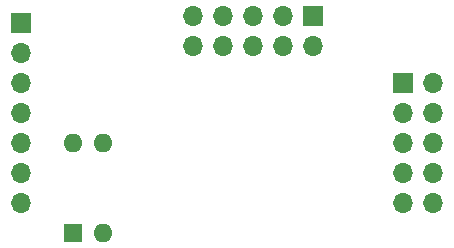
<source format=gbr>
%TF.GenerationSoftware,KiCad,Pcbnew,(6.0.6-0)*%
%TF.CreationDate,2022-12-11T00:29:42+09:00*%
%TF.ProjectId,AD1868I2S,41443138-3638-4493-9253-2e6b69636164,rev?*%
%TF.SameCoordinates,Original*%
%TF.FileFunction,Soldermask,Bot*%
%TF.FilePolarity,Negative*%
%FSLAX46Y46*%
G04 Gerber Fmt 4.6, Leading zero omitted, Abs format (unit mm)*
G04 Created by KiCad (PCBNEW (6.0.6-0)) date 2022-12-11 00:29:42*
%MOMM*%
%LPD*%
G01*
G04 APERTURE LIST*
%ADD10R,1.600000X1.600000*%
%ADD11O,1.600000X1.600000*%
%ADD12R,1.700000X1.700000*%
%ADD13O,1.700000X1.700000*%
G04 APERTURE END LIST*
D10*
%TO.C,SW1*%
X78100000Y-107272500D03*
D11*
X80640000Y-107272500D03*
X80640000Y-99652500D03*
X78100000Y-99652500D03*
%TD*%
D12*
%TO.C,J2*%
X98420000Y-88895000D03*
D13*
X98420000Y-91435000D03*
X95880000Y-88895000D03*
X95880000Y-91435000D03*
X93340000Y-88895000D03*
X93340000Y-91435000D03*
X90800000Y-88895000D03*
X90800000Y-91435000D03*
X88260000Y-88895000D03*
X88260000Y-91435000D03*
%TD*%
D12*
%TO.C,J1*%
X73660000Y-89530000D03*
D13*
X73660000Y-92070000D03*
X73660000Y-94610000D03*
X73660000Y-97150000D03*
X73660000Y-99690000D03*
X73660000Y-102230000D03*
X73660000Y-104770000D03*
%TD*%
D12*
%TO.C,J3*%
X106045000Y-94615000D03*
D13*
X108585000Y-94615000D03*
X106045000Y-97155000D03*
X108585000Y-97155000D03*
X106045000Y-99695000D03*
X108585000Y-99695000D03*
X106045000Y-102235000D03*
X108585000Y-102235000D03*
X106045000Y-104775000D03*
X108585000Y-104775000D03*
%TD*%
M02*

</source>
